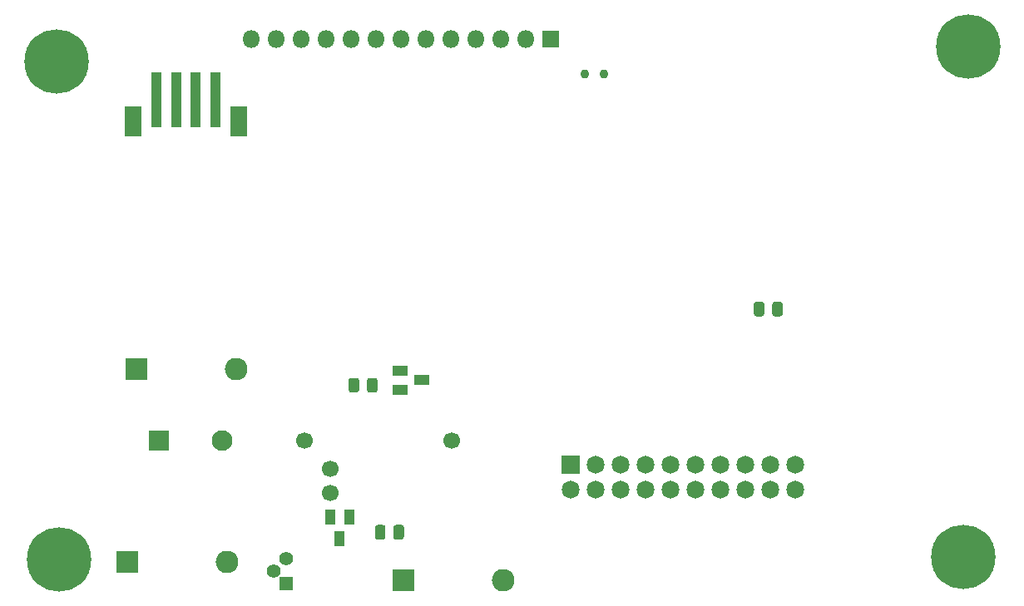
<source format=gbr>
G04 #@! TF.GenerationSoftware,KiCad,Pcbnew,(5.1.6-0-10_14)*
G04 #@! TF.CreationDate,2020-09-03T14:47:54-04:00*
G04 #@! TF.ProjectId,Pufferfish-Interface-2,50756666-6572-4666-9973-682d496e7465,rev?*
G04 #@! TF.SameCoordinates,Original*
G04 #@! TF.FileFunction,Soldermask,Bot*
G04 #@! TF.FilePolarity,Negative*
%FSLAX46Y46*%
G04 Gerber Fmt 4.6, Leading zero omitted, Abs format (unit mm)*
G04 Created by KiCad (PCBNEW (5.1.6-0-10_14)) date 2020-09-03 14:47:54*
%MOMM*%
%LPD*%
G01*
G04 APERTURE LIST*
%ADD10C,6.553200*%
%ADD11O,1.800000X1.800000*%
%ADD12R,1.800000X1.800000*%
%ADD13O,2.300000X2.300000*%
%ADD14R,2.300000X2.300000*%
%ADD15R,2.100000X2.100000*%
%ADD16C,2.100000*%
%ADD17C,0.927800*%
%ADD18R,1.400000X1.400000*%
%ADD19C,1.400000*%
%ADD20C,1.825000*%
%ADD21R,1.825000X1.825000*%
%ADD22R,1.500000X1.100000*%
%ADD23R,1.100000X1.500000*%
%ADD24R,1.100000X5.600000*%
%ADD25R,1.700000X3.100000*%
%ADD26C,1.700000*%
G04 APERTURE END LIST*
D10*
X75500000Y-51250000D03*
X76000000Y750000D03*
X-16500000Y-51500000D03*
X-16750000Y-750000D03*
D11*
X3020000Y1500000D03*
X5560000Y1500000D03*
X8100000Y1500000D03*
X10640000Y1500000D03*
X13180000Y1500000D03*
X15720000Y1500000D03*
X18260000Y1500000D03*
X20800000Y1500000D03*
X23340000Y1500000D03*
X25880000Y1500000D03*
X28420000Y1500000D03*
X30960000Y1500000D03*
D12*
X33500000Y1500000D03*
D13*
X645380Y-51745980D03*
D14*
X-9514620Y-51745980D03*
D15*
X-6370000Y-39370000D03*
D16*
X130000Y-39370000D03*
D17*
X37050000Y-2100000D03*
X38950000Y-2100000D03*
G36*
G01*
X56087500Y-26481250D02*
X56087500Y-25518750D01*
G75*
G02*
X56356250Y-25250000I268750J0D01*
G01*
X56893750Y-25250000D01*
G75*
G02*
X57162500Y-25518750I0J-268750D01*
G01*
X57162500Y-26481250D01*
G75*
G02*
X56893750Y-26750000I-268750J0D01*
G01*
X56356250Y-26750000D01*
G75*
G02*
X56087500Y-26481250I0J268750D01*
G01*
G37*
G36*
G01*
X54212500Y-26481250D02*
X54212500Y-25518750D01*
G75*
G02*
X54481250Y-25250000I268750J0D01*
G01*
X55018750Y-25250000D01*
G75*
G02*
X55287500Y-25518750I0J-268750D01*
G01*
X55287500Y-26481250D01*
G75*
G02*
X55018750Y-26750000I-268750J0D01*
G01*
X54481250Y-26750000D01*
G75*
G02*
X54212500Y-26481250I0J268750D01*
G01*
G37*
D18*
X6630000Y-53920000D03*
D19*
X6630000Y-51380000D03*
X5360000Y-52650000D03*
D20*
X58453500Y-44409840D03*
X58453500Y-41869840D03*
X55913500Y-44409840D03*
X55913500Y-41869840D03*
X48293500Y-41869840D03*
X48293500Y-44409840D03*
X50833500Y-41869840D03*
X50833500Y-44409840D03*
X53373500Y-41869840D03*
X53373500Y-44409840D03*
X40673500Y-41869840D03*
X35593500Y-44409840D03*
X38133500Y-41869840D03*
X40673500Y-44409840D03*
D21*
X35593500Y-41869840D03*
D20*
X43213500Y-41869840D03*
X43213500Y-44409840D03*
X45753500Y-41869840D03*
X45753500Y-44409840D03*
X38133500Y-44409840D03*
D22*
X20376060Y-33258760D03*
X18176060Y-32308760D03*
X18176060Y-34208760D03*
D23*
X12070120Y-49355100D03*
X13020120Y-47155100D03*
X11120120Y-47155100D03*
G36*
G01*
X14037600Y-33282970D02*
X14037600Y-34245470D01*
G75*
G02*
X13768850Y-34514220I-268750J0D01*
G01*
X13231350Y-34514220D01*
G75*
G02*
X12962600Y-34245470I0J268750D01*
G01*
X12962600Y-33282970D01*
G75*
G02*
X13231350Y-33014220I268750J0D01*
G01*
X13768850Y-33014220D01*
G75*
G02*
X14037600Y-33282970I0J-268750D01*
G01*
G37*
G36*
G01*
X15912600Y-33282970D02*
X15912600Y-34245470D01*
G75*
G02*
X15643850Y-34514220I-268750J0D01*
G01*
X15106350Y-34514220D01*
G75*
G02*
X14837600Y-34245470I0J268750D01*
G01*
X14837600Y-33282970D01*
G75*
G02*
X15106350Y-33014220I268750J0D01*
G01*
X15643850Y-33014220D01*
G75*
G02*
X15912600Y-33282970I0J-268750D01*
G01*
G37*
G36*
G01*
X17524680Y-49216230D02*
X17524680Y-48253730D01*
G75*
G02*
X17793430Y-47984980I268750J0D01*
G01*
X18330930Y-47984980D01*
G75*
G02*
X18599680Y-48253730I0J-268750D01*
G01*
X18599680Y-49216230D01*
G75*
G02*
X18330930Y-49484980I-268750J0D01*
G01*
X17793430Y-49484980D01*
G75*
G02*
X17524680Y-49216230I0J268750D01*
G01*
G37*
G36*
G01*
X15649680Y-49216230D02*
X15649680Y-48253730D01*
G75*
G02*
X15918430Y-47984980I268750J0D01*
G01*
X16455930Y-47984980D01*
G75*
G02*
X16724680Y-48253730I0J-268750D01*
G01*
X16724680Y-49216230D01*
G75*
G02*
X16455930Y-49484980I-268750J0D01*
G01*
X15918430Y-49484980D01*
G75*
G02*
X15649680Y-49216230I0J268750D01*
G01*
G37*
D13*
X1550000Y-32130000D03*
D14*
X-8610000Y-32130000D03*
D13*
X28702000Y-53594000D03*
D14*
X18542000Y-53594000D03*
D24*
X-4573780Y-4645660D03*
X-2573780Y-4645660D03*
X-6573780Y-4645660D03*
X-573780Y-4645660D03*
D25*
X-8973780Y-6895660D03*
X1826220Y-6895660D03*
D26*
X11102000Y-44770000D03*
X11102000Y-42270000D03*
X8502000Y-39370000D03*
X23502000Y-39370000D03*
M02*

</source>
